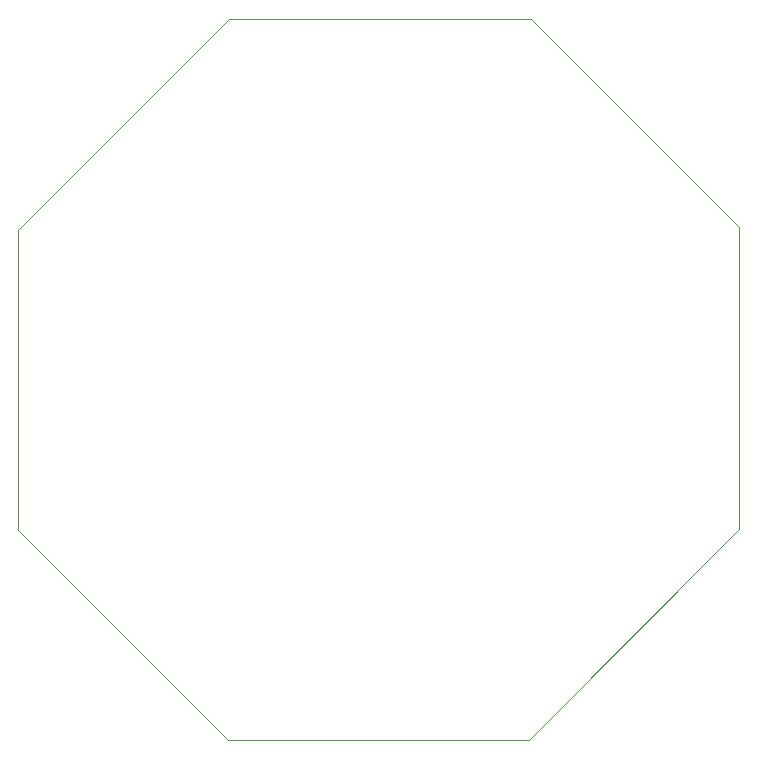
<source format=gbr>
%TF.GenerationSoftware,KiCad,Pcbnew,9.0.5*%
%TF.CreationDate,2025-11-19T12:34:51-06:00*%
%TF.ProjectId,board,626f6172-642e-46b6-9963-61645f706362,rev?*%
%TF.SameCoordinates,Original*%
%TF.FileFunction,Profile,NP*%
%FSLAX46Y46*%
G04 Gerber Fmt 4.6, Leading zero omitted, Abs format (unit mm)*
G04 Created by KiCad (PCBNEW 9.0.5) date 2025-11-19 12:34:51*
%MOMM*%
%LPD*%
G01*
G04 APERTURE LIST*
%TA.AperFunction,Profile*%
%ADD10C,0.050000*%
%TD*%
G04 APERTURE END LIST*
D10*
X179029226Y-117673170D02*
X179018701Y-92106774D01*
X161363063Y-74474895D02*
X135808549Y-74490027D01*
X179018701Y-92106774D02*
X161363063Y-74474895D01*
X135724477Y-135532304D02*
X161180951Y-135531441D01*
X161180951Y-135531441D02*
X179029226Y-117673170D01*
X135808549Y-74490027D02*
X117972974Y-92343830D01*
X117972974Y-92343830D02*
X117976339Y-117778095D01*
X117976339Y-117778095D02*
X135724477Y-135532304D01*
M02*

</source>
